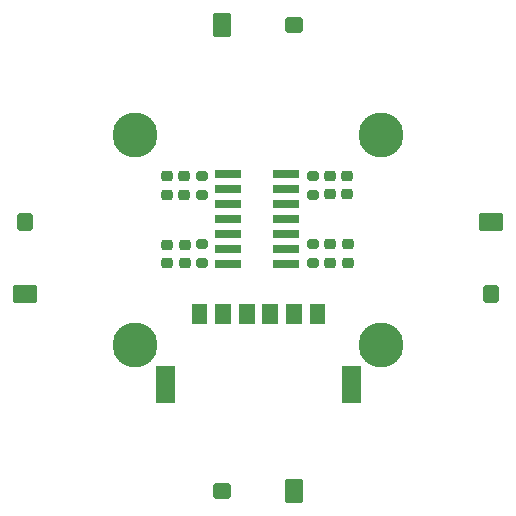
<source format=gbr>
%TF.GenerationSoftware,KiCad,Pcbnew,7.0.7*%
%TF.CreationDate,2023-11-23T17:05:24-08:00*%
%TF.ProjectId,sfh2430_breakout,73666832-3433-4305-9f62-7265616b6f75,rev?*%
%TF.SameCoordinates,Original*%
%TF.FileFunction,Soldermask,Top*%
%TF.FilePolarity,Negative*%
%FSLAX46Y46*%
G04 Gerber Fmt 4.6, Leading zero omitted, Abs format (unit mm)*
G04 Created by KiCad (PCBNEW 7.0.7) date 2023-11-23 17:05:24*
%MOMM*%
%LPD*%
G01*
G04 APERTURE LIST*
G04 Aperture macros list*
%AMRoundRect*
0 Rectangle with rounded corners*
0 $1 Rounding radius*
0 $2 $3 $4 $5 $6 $7 $8 $9 X,Y pos of 4 corners*
0 Add a 4 corners polygon primitive as box body*
4,1,4,$2,$3,$4,$5,$6,$7,$8,$9,$2,$3,0*
0 Add four circle primitives for the rounded corners*
1,1,$1+$1,$2,$3*
1,1,$1+$1,$4,$5*
1,1,$1+$1,$6,$7*
1,1,$1+$1,$8,$9*
0 Add four rect primitives between the rounded corners*
20,1,$1+$1,$2,$3,$4,$5,0*
20,1,$1+$1,$4,$5,$6,$7,0*
20,1,$1+$1,$6,$7,$8,$9,0*
20,1,$1+$1,$8,$9,$2,$3,0*%
G04 Aperture macros list end*
%ADD10C,0.010000*%
%ADD11RoundRect,0.187500X0.562500X0.862500X-0.562500X0.862500X-0.562500X-0.862500X0.562500X-0.862500X0*%
%ADD12RoundRect,0.162500X0.587500X0.487500X-0.587500X0.487500X-0.587500X-0.487500X0.587500X-0.487500X0*%
%ADD13RoundRect,0.175000X0.525000X0.825000X-0.525000X0.825000X-0.525000X-0.825000X0.525000X-0.825000X0*%
%ADD14RoundRect,0.150000X0.550000X0.450000X-0.550000X0.450000X-0.550000X-0.450000X0.550000X-0.450000X0*%
%ADD15C,3.800000*%
%ADD16C,2.600000*%
%ADD17RoundRect,0.225000X-0.250000X0.225000X-0.250000X-0.225000X0.250000X-0.225000X0.250000X0.225000X0*%
%ADD18RoundRect,0.187500X-0.562500X-0.862500X0.562500X-0.862500X0.562500X0.862500X-0.562500X0.862500X0*%
%ADD19RoundRect,0.162500X-0.587500X-0.487500X0.587500X-0.487500X0.587500X0.487500X-0.587500X0.487500X0*%
%ADD20RoundRect,0.175000X-0.525000X-0.825000X0.525000X-0.825000X0.525000X0.825000X-0.525000X0.825000X0*%
%ADD21RoundRect,0.150000X-0.550000X-0.450000X0.550000X-0.450000X0.550000X0.450000X-0.550000X0.450000X0*%
%ADD22RoundRect,0.225000X0.250000X-0.225000X0.250000X0.225000X-0.250000X0.225000X-0.250000X-0.225000X0*%
%ADD23RoundRect,0.200000X0.275000X-0.200000X0.275000X0.200000X-0.275000X0.200000X-0.275000X-0.200000X0*%
%ADD24RoundRect,0.200000X-0.275000X0.200000X-0.275000X-0.200000X0.275000X-0.200000X0.275000X0.200000X0*%
%ADD25RoundRect,0.102000X-0.990600X-0.266700X0.990600X-0.266700X0.990600X0.266700X-0.990600X0.266700X0*%
%ADD26RoundRect,0.187500X-0.862500X0.562500X-0.862500X-0.562500X0.862500X-0.562500X0.862500X0.562500X0*%
%ADD27RoundRect,0.162500X-0.487500X0.587500X-0.487500X-0.587500X0.487500X-0.587500X0.487500X0.587500X0*%
%ADD28RoundRect,0.175000X-0.825000X0.525000X-0.825000X-0.525000X0.825000X-0.525000X0.825000X0.525000X0*%
%ADD29RoundRect,0.150000X-0.450000X0.550000X-0.450000X-0.550000X0.450000X-0.550000X0.450000X0.550000X0*%
%ADD30RoundRect,0.187500X0.862500X-0.562500X0.862500X0.562500X-0.862500X0.562500X-0.862500X-0.562500X0*%
%ADD31RoundRect,0.162500X0.487500X-0.587500X0.487500X0.587500X-0.487500X0.587500X-0.487500X-0.587500X0*%
%ADD32RoundRect,0.175000X0.825000X-0.525000X0.825000X0.525000X-0.825000X0.525000X-0.825000X-0.525000X0*%
%ADD33RoundRect,0.150000X0.450000X-0.550000X0.450000X0.550000X-0.450000X0.550000X-0.450000X-0.550000X0*%
G04 APERTURE END LIST*
%TO.C,J1*%
D10*
X111196200Y-116651200D02*
X109693800Y-116651200D01*
X109693800Y-113598800D01*
X111196200Y-113598800D01*
X111196200Y-116651200D01*
G36*
X111196200Y-116651200D02*
G01*
X109693800Y-116651200D01*
X109693800Y-113598800D01*
X111196200Y-113598800D01*
X111196200Y-116651200D01*
G37*
X108176200Y-109951200D02*
X106923800Y-109951200D01*
X106923800Y-108348800D01*
X108176200Y-108348800D01*
X108176200Y-109951200D01*
G36*
X108176200Y-109951200D02*
G01*
X106923800Y-109951200D01*
X106923800Y-108348800D01*
X108176200Y-108348800D01*
X108176200Y-109951200D01*
G37*
X106176200Y-109951200D02*
X104923800Y-109951200D01*
X104923800Y-108348800D01*
X106176200Y-108348800D01*
X106176200Y-109951200D01*
G36*
X106176200Y-109951200D02*
G01*
X104923800Y-109951200D01*
X104923800Y-108348800D01*
X106176200Y-108348800D01*
X106176200Y-109951200D01*
G37*
X104176200Y-109951200D02*
X102923800Y-109951200D01*
X102923800Y-108348800D01*
X104176200Y-108348800D01*
X104176200Y-109951200D01*
G36*
X104176200Y-109951200D02*
G01*
X102923800Y-109951200D01*
X102923800Y-108348800D01*
X104176200Y-108348800D01*
X104176200Y-109951200D01*
G37*
X102176200Y-109951200D02*
X100923800Y-109951200D01*
X100923800Y-108348800D01*
X102176200Y-108348800D01*
X102176200Y-109951200D01*
G36*
X102176200Y-109951200D02*
G01*
X100923800Y-109951200D01*
X100923800Y-108348800D01*
X102176200Y-108348800D01*
X102176200Y-109951200D01*
G37*
X100176200Y-109951200D02*
X98923800Y-109951200D01*
X98923800Y-108348800D01*
X100176200Y-108348800D01*
X100176200Y-109951200D01*
G36*
X100176200Y-109951200D02*
G01*
X98923800Y-109951200D01*
X98923800Y-108348800D01*
X100176200Y-108348800D01*
X100176200Y-109951200D01*
G37*
X98176200Y-109951200D02*
X96923800Y-109951200D01*
X96923800Y-108348800D01*
X98176200Y-108348800D01*
X98176200Y-109951200D01*
G36*
X98176200Y-109951200D02*
G01*
X96923800Y-109951200D01*
X96923800Y-108348800D01*
X98176200Y-108348800D01*
X98176200Y-109951200D01*
G37*
X95406200Y-116651200D02*
X93903800Y-116651200D01*
X93903800Y-113598800D01*
X95406200Y-113598800D01*
X95406200Y-116651200D01*
G36*
X95406200Y-116651200D02*
G01*
X93903800Y-116651200D01*
X93903800Y-113598800D01*
X95406200Y-113598800D01*
X95406200Y-116651200D01*
G37*
%TD*%
D11*
%TO.C,D1*%
X99500000Y-84700000D03*
D12*
X105600000Y-84700000D03*
D13*
X99500000Y-84700000D03*
D14*
X105600000Y-84700000D03*
%TD*%
D15*
%TO.C,H2*%
X92150000Y-111850000D03*
D16*
X92150000Y-111850000D03*
%TD*%
D17*
%TO.C,C8*%
X108676200Y-103302750D03*
X108676200Y-104852750D03*
%TD*%
D18*
%TO.C,D4*%
X105600000Y-124200000D03*
D19*
X99500000Y-124200000D03*
D20*
X105600000Y-124200000D03*
D21*
X99500000Y-124200000D03*
%TD*%
D22*
%TO.C,C2*%
X96326200Y-99072750D03*
X96326200Y-97522750D03*
%TD*%
D17*
%TO.C,C7*%
X110136200Y-103302750D03*
X110136200Y-104852750D03*
%TD*%
D16*
%TO.C,H3*%
X112950000Y-94050000D03*
D15*
X112950000Y-94050000D03*
%TD*%
D23*
%TO.C,R1*%
X97776200Y-99122750D03*
X97776200Y-97472750D03*
%TD*%
D22*
%TO.C,C5*%
X110116200Y-99062750D03*
X110116200Y-97512750D03*
%TD*%
D24*
%TO.C,R4*%
X107212400Y-103252750D03*
X107212400Y-104902750D03*
%TD*%
D16*
%TO.C,H4*%
X112950000Y-111850000D03*
D15*
X112950000Y-111850000D03*
%TD*%
D22*
%TO.C,C1*%
X94876200Y-99072750D03*
X94876200Y-97522750D03*
%TD*%
D25*
%TO.C,U1*%
X100022400Y-97342750D03*
X100022400Y-98612750D03*
X100022400Y-99882750D03*
X100022400Y-101152750D03*
X100022400Y-102422750D03*
X100022400Y-103692750D03*
X100022400Y-104962750D03*
X104950000Y-104962750D03*
X104950000Y-103692750D03*
X104950000Y-102422750D03*
X104950000Y-101152750D03*
X104950000Y-99882750D03*
X104950000Y-98612750D03*
X104950000Y-97342750D03*
%TD*%
D17*
%TO.C,C3*%
X94876200Y-103307750D03*
X94876200Y-104857750D03*
%TD*%
D22*
%TO.C,C6*%
X108656200Y-99062750D03*
X108656200Y-97512750D03*
%TD*%
D26*
%TO.C,D2*%
X82800000Y-107500000D03*
D27*
X82800000Y-101400000D03*
D28*
X82800000Y-107500000D03*
D29*
X82800000Y-101400000D03*
%TD*%
D16*
%TO.C,H1*%
X92150000Y-94050000D03*
D15*
X92150000Y-94050000D03*
%TD*%
D23*
%TO.C,R3*%
X107196200Y-99112750D03*
X107196200Y-97462750D03*
%TD*%
D24*
%TO.C,R2*%
X97796200Y-103257750D03*
X97796200Y-104907750D03*
%TD*%
D30*
%TO.C,D3*%
X122300000Y-101400000D03*
D31*
X122300000Y-107500000D03*
D32*
X122300000Y-101400000D03*
D33*
X122300000Y-107500000D03*
%TD*%
D17*
%TO.C,C4*%
X96342400Y-103307750D03*
X96342400Y-104857750D03*
%TD*%
M02*

</source>
